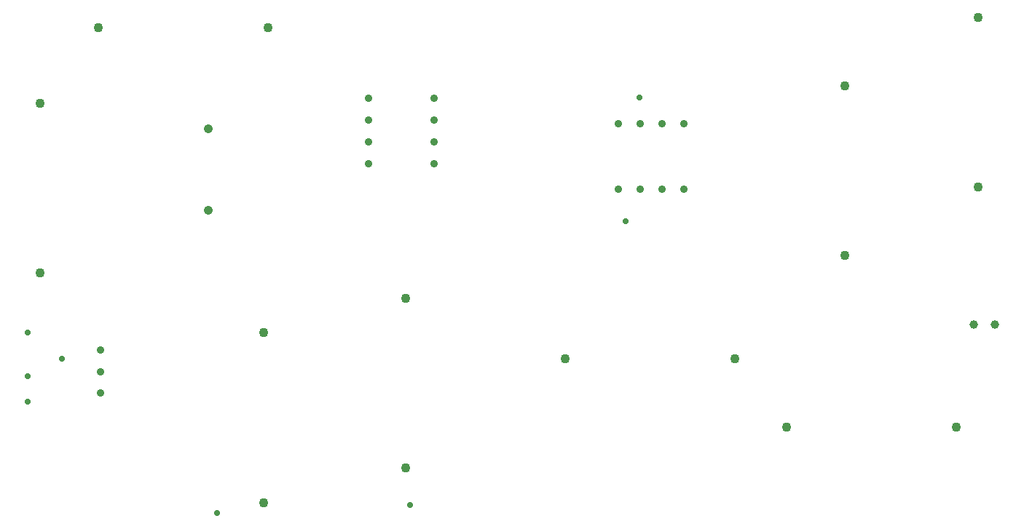
<source format=gbr>
%TF.GenerationSoftware,Altium Limited,Altium Designer,24.9.1 (31)*%
G04 Layer_Color=0*
%FSLAX45Y45*%
%MOMM*%
%TF.SameCoordinates,90D1A1F6-6801-43AA-A97B-90F854C06351*%
%TF.FilePolarity,Positive*%
%TF.FileFunction,Plated,1,2,PTH,Drill*%
%TF.Part,Single*%
G01*
G75*
%TA.AperFunction,ComponentDrill*%
%ADD40C,0.70000*%
%ADD41C,1.09220*%
%ADD42C,0.90000*%
%ADD43C,0.90000*%
%ADD44C,1.09220*%
%ADD45C,1.05000*%
%ADD46C,1.00000*%
%TA.AperFunction,ViaDrill,NotFilled*%
%ADD47C,0.71120*%
D40*
X4200000Y4600000D02*
D03*
Y5100000D02*
D03*
D41*
X8600000Y5500000D02*
D03*
Y3526420D02*
D03*
X6950000Y5100000D02*
D03*
Y3126420D02*
D03*
X15250000Y8773580D02*
D03*
Y6800000D02*
D03*
X4350000Y7773580D02*
D03*
Y5800000D02*
D03*
X13700000Y6000000D02*
D03*
Y7973580D02*
D03*
D42*
X11831000Y7531000D02*
D03*
X11577000D02*
D03*
X11323000D02*
D03*
X11069000D02*
D03*
X11831000Y6769000D02*
D03*
X11577000D02*
D03*
X11323000D02*
D03*
X11069000D02*
D03*
X5050000Y4900000D02*
D03*
Y4650000D02*
D03*
Y4400000D02*
D03*
D43*
X8169000Y7831000D02*
D03*
Y7577000D02*
D03*
Y7323000D02*
D03*
Y7069000D02*
D03*
X8931000Y7831000D02*
D03*
Y7577000D02*
D03*
Y7323000D02*
D03*
Y7069000D02*
D03*
D44*
X7000000Y8650000D02*
D03*
X5026420D02*
D03*
X13026421Y4000000D02*
D03*
X15000000D02*
D03*
X10450000Y4800000D02*
D03*
X12423580D02*
D03*
D45*
X6300000Y6523000D02*
D03*
Y7477000D02*
D03*
D46*
X15450000Y5200000D02*
D03*
X15200000D02*
D03*
D47*
X4200000Y4300000D02*
D03*
X11311500Y7838500D02*
D03*
X11150000Y6400000D02*
D03*
X6400000Y3000000D02*
D03*
X8650000Y3100000D02*
D03*
X4600000Y4800000D02*
D03*
%TF.MD5,a1a8d6887b85366a819176d707e31edd*%
M02*

</source>
